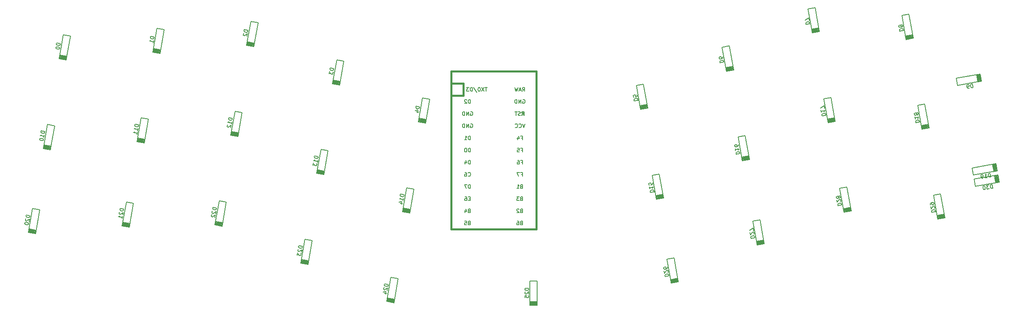
<source format=gbr>
G04 #@! TF.GenerationSoftware,KiCad,Pcbnew,(5.1.4)-1*
G04 #@! TF.CreationDate,2021-01-04T11:43:55-07:00*
G04 #@! TF.ProjectId,CS30 Ergo,43533330-2045-4726-976f-2e6b69636164,rev?*
G04 #@! TF.SameCoordinates,Original*
G04 #@! TF.FileFunction,Legend,Bot*
G04 #@! TF.FilePolarity,Positive*
%FSLAX46Y46*%
G04 Gerber Fmt 4.6, Leading zero omitted, Abs format (unit mm)*
G04 Created by KiCad (PCBNEW (5.1.4)-1) date 2021-01-04 11:43:55*
%MOMM*%
%LPD*%
G04 APERTURE LIST*
%ADD10C,0.150000*%
%ADD11C,0.381000*%
G04 APERTURE END LIST*
D10*
X247730098Y-93619792D02*
X247465458Y-92118945D01*
X247855169Y-93597739D02*
X247590529Y-92096892D01*
X247715599Y-92074838D02*
X247980239Y-93575685D01*
X248355451Y-93509525D02*
X248090811Y-92008678D01*
X247965741Y-92030732D02*
X248230380Y-93531579D01*
X248105310Y-93553632D02*
X247840670Y-92052785D01*
X243213058Y-92868758D02*
X243477698Y-94369605D01*
X248215882Y-91986625D02*
X243213058Y-92868758D01*
X248480522Y-93487472D02*
X248215882Y-91986625D01*
X243477698Y-94369605D02*
X248480522Y-93487472D01*
X194643145Y-88295161D02*
X196143992Y-88030521D01*
X194665198Y-88420232D02*
X196166045Y-88155592D01*
X196188099Y-88280662D02*
X194687252Y-88545302D01*
X194753412Y-88920514D02*
X196254259Y-88655874D01*
X196232205Y-88530804D02*
X194731358Y-88795443D01*
X194709305Y-88670373D02*
X196210152Y-88405733D01*
X195394179Y-83778121D02*
X193893332Y-84042761D01*
X196276312Y-88780945D02*
X195394179Y-83778121D01*
X194775465Y-89045585D02*
X196276312Y-88780945D01*
X193893332Y-84042761D02*
X194775465Y-89045585D01*
X179810743Y-113881464D02*
X181311590Y-113616824D01*
X179832796Y-114006535D02*
X181333643Y-113741895D01*
X181355697Y-113866965D02*
X179854850Y-114131605D01*
X179921010Y-114506817D02*
X181421857Y-114242177D01*
X181399803Y-114117107D02*
X179898956Y-114381746D01*
X179876903Y-114256676D02*
X181377750Y-113992036D01*
X180561777Y-109364424D02*
X179060930Y-109629064D01*
X181443910Y-114367248D02*
X180561777Y-109364424D01*
X179943063Y-114631888D02*
X181443910Y-114367248D01*
X179060930Y-109629064D02*
X179943063Y-114631888D01*
X232164478Y-81679138D02*
X233665325Y-81414498D01*
X232186531Y-81804209D02*
X233687378Y-81539569D01*
X233709432Y-81664639D02*
X232208585Y-81929279D01*
X232274745Y-82304491D02*
X233775592Y-82039851D01*
X233753538Y-81914781D02*
X232252691Y-82179420D01*
X232230638Y-82054350D02*
X233731485Y-81789710D01*
X232915512Y-77162098D02*
X231414665Y-77426738D01*
X233797645Y-82164922D02*
X232915512Y-77162098D01*
X232296798Y-82429562D02*
X233797645Y-82164922D01*
X231414665Y-77426738D02*
X232296798Y-82429562D01*
X215884821Y-99057649D02*
X217385668Y-98793009D01*
X215906874Y-99182720D02*
X217407721Y-98918080D01*
X217429775Y-99043150D02*
X215928928Y-99307790D01*
X215995088Y-99683002D02*
X217495935Y-99418362D01*
X217473881Y-99293292D02*
X215973034Y-99557931D01*
X215950981Y-99432861D02*
X217451828Y-99168221D01*
X216635855Y-94540609D02*
X215135008Y-94805249D01*
X217517988Y-99543433D02*
X216635855Y-94540609D01*
X216017141Y-99808073D02*
X217517988Y-99543433D01*
X215135008Y-94805249D02*
X216017141Y-99808073D01*
X247316596Y-91274708D02*
X247051956Y-89773861D01*
X247441667Y-91252655D02*
X247177027Y-89751808D01*
X247302097Y-89729754D02*
X247566737Y-91230601D01*
X247941949Y-91164441D02*
X247677309Y-89663594D01*
X247552239Y-89685648D02*
X247816878Y-91186495D01*
X247691808Y-91208548D02*
X247427168Y-89707701D01*
X242799556Y-90523674D02*
X243064196Y-92024521D01*
X247802380Y-89641541D02*
X242799556Y-90523674D01*
X248067020Y-91142388D02*
X247802380Y-89641541D01*
X243064196Y-92024521D02*
X248067020Y-91142388D01*
X212576809Y-80296983D02*
X214077656Y-80032343D01*
X212598862Y-80422054D02*
X214099709Y-80157414D01*
X214121763Y-80282484D02*
X212620916Y-80547124D01*
X212687076Y-80922336D02*
X214187923Y-80657696D01*
X214165869Y-80532626D02*
X212665022Y-80797265D01*
X212642969Y-80672195D02*
X214143816Y-80407555D01*
X213327843Y-75779943D02*
X211826996Y-76044583D01*
X214209976Y-80782767D02*
X213327843Y-75779943D01*
X212709129Y-81047407D02*
X214209976Y-80782767D01*
X211826996Y-76044583D02*
X212709129Y-81047407D01*
X235472490Y-100439804D02*
X236973337Y-100175164D01*
X235494543Y-100564875D02*
X236995390Y-100300235D01*
X237017444Y-100425305D02*
X235516597Y-100689945D01*
X235582757Y-101065157D02*
X237083604Y-100800517D01*
X237061550Y-100675447D02*
X235560703Y-100940086D01*
X235538650Y-100815016D02*
X237039497Y-100550376D01*
X236223524Y-95922764D02*
X234722677Y-96187404D01*
X237105657Y-100925588D02*
X236223524Y-95922764D01*
X235604810Y-101190228D02*
X237105657Y-100925588D01*
X234722677Y-96187404D02*
X235604810Y-101190228D01*
X197744406Y-105883286D02*
X199245253Y-105618646D01*
X197766459Y-106008357D02*
X199267306Y-105743717D01*
X199289360Y-105868787D02*
X197788513Y-106133427D01*
X197854673Y-106508639D02*
X199355520Y-106243999D01*
X199333466Y-106118929D02*
X197832619Y-106383568D01*
X197810566Y-106258498D02*
X199311413Y-105993858D01*
X198495440Y-101366246D02*
X196994593Y-101630886D01*
X199377573Y-106369070D02*
X198495440Y-101366246D01*
X197876726Y-106633710D02*
X199377573Y-106369070D01*
X196994593Y-101630886D02*
X197876726Y-106633710D01*
X191335134Y-69534495D02*
X192835981Y-69269855D01*
X191357187Y-69659566D02*
X192858034Y-69394926D01*
X192880088Y-69519996D02*
X191379241Y-69784636D01*
X191445401Y-70159848D02*
X192946248Y-69895208D01*
X192924194Y-69770138D02*
X191423347Y-70034777D01*
X191401294Y-69909707D02*
X192902141Y-69645067D01*
X192086168Y-65017455D02*
X190585321Y-65282095D01*
X192968301Y-70020279D02*
X192086168Y-65017455D01*
X191467454Y-70284919D02*
X192968301Y-70020279D01*
X190585321Y-65282095D02*
X191467454Y-70284919D01*
X173401470Y-77532673D02*
X174902317Y-77268033D01*
X173423523Y-77657744D02*
X174924370Y-77393104D01*
X174946424Y-77518174D02*
X173445577Y-77782814D01*
X173511737Y-78158026D02*
X175012584Y-77893386D01*
X174990530Y-77768316D02*
X173489683Y-78032955D01*
X173467630Y-77907885D02*
X174968477Y-77643245D01*
X174152504Y-73015633D02*
X172651657Y-73280273D01*
X175034637Y-78018457D02*
X174152504Y-73015633D01*
X173533790Y-78283097D02*
X175034637Y-78018457D01*
X172651657Y-73280273D02*
X173533790Y-78283097D01*
X176709482Y-96293339D02*
X178210329Y-96028699D01*
X176731535Y-96418410D02*
X178232382Y-96153770D01*
X178254436Y-96278840D02*
X176753589Y-96543480D01*
X176819749Y-96918692D02*
X178320596Y-96654052D01*
X178298542Y-96528982D02*
X176797695Y-96793621D01*
X176775642Y-96668551D02*
X178276489Y-96403911D01*
X177460516Y-91776299D02*
X175959669Y-92040939D01*
X178342649Y-96779123D02*
X177460516Y-91776299D01*
X176841802Y-97043763D02*
X178342649Y-96779123D01*
X175959669Y-92040939D02*
X176841802Y-97043763D01*
X228856467Y-62918471D02*
X230357314Y-62653831D01*
X228878520Y-63043542D02*
X230379367Y-62778902D01*
X230401421Y-62903972D02*
X228900574Y-63168612D01*
X228966734Y-63543824D02*
X230467581Y-63279184D01*
X230445527Y-63154114D02*
X228944680Y-63418753D01*
X228922627Y-63293683D02*
X230423474Y-63029043D01*
X229607501Y-58401431D02*
X228106654Y-58666071D01*
X230489634Y-63404255D02*
X229607501Y-58401431D01*
X228988787Y-63668895D02*
X230489634Y-63404255D01*
X228106654Y-58666071D02*
X228988787Y-63668895D01*
X244008585Y-72514042D02*
X243743945Y-71013195D01*
X244133656Y-72491989D02*
X243869016Y-70991142D01*
X243994086Y-70969088D02*
X244258726Y-72469935D01*
X244633938Y-72403775D02*
X244369298Y-70902928D01*
X244244228Y-70924982D02*
X244508867Y-72425829D01*
X244383797Y-72447882D02*
X244119157Y-70947035D01*
X239491545Y-71763008D02*
X239756185Y-73263855D01*
X244494369Y-70880875D02*
X239491545Y-71763008D01*
X244759009Y-72381722D02*
X244494369Y-70880875D01*
X239756185Y-73263855D02*
X244759009Y-72381722D01*
X209268797Y-61536316D02*
X210769644Y-61271676D01*
X209290850Y-61661387D02*
X210791697Y-61396747D01*
X210813751Y-61521817D02*
X209312904Y-61786457D01*
X209379064Y-62161669D02*
X210879911Y-61897029D01*
X210857857Y-61771959D02*
X209357010Y-62036598D01*
X209334957Y-61911528D02*
X210835804Y-61646888D01*
X210019831Y-57019276D02*
X208518984Y-57283916D01*
X210901964Y-62022100D02*
X210019831Y-57019276D01*
X209401117Y-62286740D02*
X210901964Y-62022100D01*
X208518984Y-57283916D02*
X209401117Y-62286740D01*
D11*
X136525600Y-72866620D02*
X133985600Y-72866620D01*
X151765600Y-70326620D02*
X133985600Y-70326620D01*
X133985600Y-70326620D02*
X133985600Y-103346620D01*
X133985600Y-103346620D02*
X151765600Y-103346620D01*
X151765600Y-103346620D02*
X151765600Y-70326620D01*
D10*
G36*
X148720235Y-78755650D02*
G01*
X148720235Y-78855650D01*
X149220235Y-78855650D01*
X149220235Y-78755650D01*
X148720235Y-78755650D01*
G37*
X148720235Y-78755650D02*
X148720235Y-78855650D01*
X149220235Y-78855650D01*
X149220235Y-78755650D01*
X148720235Y-78755650D01*
G36*
X148720235Y-78755650D02*
G01*
X148720235Y-79055650D01*
X148820235Y-79055650D01*
X148820235Y-78755650D01*
X148720235Y-78755650D01*
G37*
X148720235Y-78755650D02*
X148720235Y-79055650D01*
X148820235Y-79055650D01*
X148820235Y-78755650D01*
X148720235Y-78755650D01*
G36*
X148720235Y-79355650D02*
G01*
X148720235Y-79555650D01*
X148820235Y-79555650D01*
X148820235Y-79355650D01*
X148720235Y-79355650D01*
G37*
X148720235Y-79355650D02*
X148720235Y-79555650D01*
X148820235Y-79555650D01*
X148820235Y-79355650D01*
X148720235Y-79355650D01*
G36*
X149120235Y-78755650D02*
G01*
X149120235Y-79555650D01*
X149220235Y-79555650D01*
X149220235Y-78755650D01*
X149120235Y-78755650D01*
G37*
X149120235Y-78755650D02*
X149120235Y-79555650D01*
X149220235Y-79555650D01*
X149220235Y-78755650D01*
X149120235Y-78755650D01*
G36*
X148920235Y-79155650D02*
G01*
X148920235Y-79255650D01*
X149020235Y-79255650D01*
X149020235Y-79155650D01*
X148920235Y-79155650D01*
G37*
X148920235Y-79155650D02*
X148920235Y-79255650D01*
X149020235Y-79255650D01*
X149020235Y-79155650D01*
X148920235Y-79155650D01*
D11*
X136525600Y-72866620D02*
X136525600Y-75406620D01*
X136525600Y-75406620D02*
X133985600Y-75406620D01*
D10*
X150448010Y-114141740D02*
X150448010Y-119221740D01*
X150448010Y-119221740D02*
X151972010Y-119221740D01*
X151972010Y-119221740D02*
X151972010Y-114141740D01*
X151972010Y-114141740D02*
X150448010Y-114141740D01*
X150448010Y-118840740D02*
X151972010Y-118840740D01*
X151972010Y-118967740D02*
X150448010Y-118967740D01*
X150448010Y-119094740D02*
X151972010Y-119094740D01*
X151972010Y-118713740D02*
X150448010Y-118713740D01*
X150448010Y-118586740D02*
X151972010Y-118586740D01*
X150448010Y-118459740D02*
X151972010Y-118459740D01*
X121398257Y-113431476D02*
X120516124Y-118434300D01*
X120516124Y-118434300D02*
X122016971Y-118698940D01*
X122016971Y-118698940D02*
X122899104Y-113696116D01*
X122899104Y-113696116D02*
X121398257Y-113431476D01*
X120582284Y-118059088D02*
X122083131Y-118323728D01*
X122061078Y-118448798D02*
X120560231Y-118184159D01*
X120538177Y-118309229D02*
X122039024Y-118573869D01*
X122105184Y-118198657D02*
X120604337Y-117934017D01*
X120626391Y-117808947D02*
X122127238Y-118073587D01*
X120648444Y-117683876D02*
X122149291Y-117948516D01*
X103464592Y-105433298D02*
X102582459Y-110436122D01*
X102582459Y-110436122D02*
X104083306Y-110700762D01*
X104083306Y-110700762D02*
X104965439Y-105697938D01*
X104965439Y-105697938D02*
X103464592Y-105433298D01*
X102648619Y-110060910D02*
X104149466Y-110325550D01*
X104127413Y-110450620D02*
X102626566Y-110185981D01*
X102604512Y-110311051D02*
X104105359Y-110575691D01*
X104171519Y-110200479D02*
X102670672Y-109935839D01*
X102692726Y-109810769D02*
X104193573Y-110075409D01*
X102714779Y-109685698D02*
X104215626Y-109950338D01*
X85530928Y-97435120D02*
X84648795Y-102437944D01*
X84648795Y-102437944D02*
X86149642Y-102702584D01*
X86149642Y-102702584D02*
X87031775Y-97699760D01*
X87031775Y-97699760D02*
X85530928Y-97435120D01*
X84714955Y-102062732D02*
X86215802Y-102327372D01*
X86193749Y-102452442D02*
X84692902Y-102187803D01*
X84670848Y-102312873D02*
X86171695Y-102577513D01*
X86237855Y-102202301D02*
X84737008Y-101937661D01*
X84759062Y-101812591D02*
X86259909Y-102077231D01*
X84781115Y-101687520D02*
X86281962Y-101952160D01*
X66150010Y-97644733D02*
X65267877Y-102647557D01*
X65267877Y-102647557D02*
X66768724Y-102912197D01*
X66768724Y-102912197D02*
X67650857Y-97909373D01*
X67650857Y-97909373D02*
X66150010Y-97644733D01*
X65334037Y-102272345D02*
X66834884Y-102536985D01*
X66812831Y-102662055D02*
X65311984Y-102397416D01*
X65289930Y-102522486D02*
X66790777Y-102787126D01*
X66856937Y-102411914D02*
X65356090Y-102147274D01*
X65378144Y-102022204D02*
X66878991Y-102286844D01*
X65400197Y-101897133D02*
X66901044Y-102161773D01*
X46562340Y-99026888D02*
X45680207Y-104029712D01*
X45680207Y-104029712D02*
X47181054Y-104294352D01*
X47181054Y-104294352D02*
X48063187Y-99291528D01*
X48063187Y-99291528D02*
X46562340Y-99026888D01*
X45746367Y-103654500D02*
X47247214Y-103919140D01*
X47225161Y-104044210D02*
X45724314Y-103779571D01*
X45702260Y-103904641D02*
X47203107Y-104169281D01*
X47269267Y-103794069D02*
X45768420Y-103529429D01*
X45790474Y-103404359D02*
X47291321Y-103668999D01*
X45812527Y-103279288D02*
X47313374Y-103543928D01*
X124706267Y-94670810D02*
X123824134Y-99673634D01*
X123824134Y-99673634D02*
X125324981Y-99938274D01*
X125324981Y-99938274D02*
X126207114Y-94935450D01*
X126207114Y-94935450D02*
X124706267Y-94670810D01*
X123890294Y-99298422D02*
X125391141Y-99563062D01*
X125369088Y-99688132D02*
X123868241Y-99423493D01*
X123846187Y-99548563D02*
X125347034Y-99813203D01*
X125413194Y-99437991D02*
X123912347Y-99173351D01*
X123934401Y-99048281D02*
X125435248Y-99312921D01*
X123956454Y-98923210D02*
X125457301Y-99187850D01*
X106772604Y-86672631D02*
X105890471Y-91675455D01*
X105890471Y-91675455D02*
X107391318Y-91940095D01*
X107391318Y-91940095D02*
X108273451Y-86937271D01*
X108273451Y-86937271D02*
X106772604Y-86672631D01*
X105956631Y-91300243D02*
X107457478Y-91564883D01*
X107435425Y-91689953D02*
X105934578Y-91425314D01*
X105912524Y-91550384D02*
X107413371Y-91815024D01*
X107479531Y-91439812D02*
X105978684Y-91175172D01*
X106000738Y-91050102D02*
X107501585Y-91314742D01*
X106022791Y-90925031D02*
X107523638Y-91189671D01*
X88838940Y-78674453D02*
X87956807Y-83677277D01*
X87956807Y-83677277D02*
X89457654Y-83941917D01*
X89457654Y-83941917D02*
X90339787Y-78939093D01*
X90339787Y-78939093D02*
X88838940Y-78674453D01*
X88022967Y-83302065D02*
X89523814Y-83566705D01*
X89501761Y-83691775D02*
X88000914Y-83427136D01*
X87978860Y-83552206D02*
X89479707Y-83816846D01*
X89545867Y-83441634D02*
X88045020Y-83176994D01*
X88067074Y-83051924D02*
X89567921Y-83316564D01*
X88089127Y-82926853D02*
X89589974Y-83191493D01*
X69251271Y-80056608D02*
X68369138Y-85059432D01*
X68369138Y-85059432D02*
X69869985Y-85324072D01*
X69869985Y-85324072D02*
X70752118Y-80321248D01*
X70752118Y-80321248D02*
X69251271Y-80056608D01*
X68435298Y-84684220D02*
X69936145Y-84948860D01*
X69914092Y-85073930D02*
X68413245Y-84809291D01*
X68391191Y-84934361D02*
X69892038Y-85199001D01*
X69958198Y-84823789D02*
X68457351Y-84559149D01*
X68479405Y-84434079D02*
X69980252Y-84698719D01*
X68501458Y-84309008D02*
X70002305Y-84573648D01*
X49663601Y-81438764D02*
X48781468Y-86441588D01*
X48781468Y-86441588D02*
X50282315Y-86706228D01*
X50282315Y-86706228D02*
X51164448Y-81703404D01*
X51164448Y-81703404D02*
X49663601Y-81438764D01*
X48847628Y-86066376D02*
X50348475Y-86331016D01*
X50326422Y-86456086D02*
X48825575Y-86191447D01*
X48803521Y-86316517D02*
X50304368Y-86581157D01*
X50370528Y-86205945D02*
X48869681Y-85941305D01*
X48891735Y-85816235D02*
X50392582Y-86080875D01*
X48913788Y-85691164D02*
X50414635Y-85955804D01*
X128014279Y-75910143D02*
X127132146Y-80912967D01*
X127132146Y-80912967D02*
X128632993Y-81177607D01*
X128632993Y-81177607D02*
X129515126Y-76174783D01*
X129515126Y-76174783D02*
X128014279Y-75910143D01*
X127198306Y-80537755D02*
X128699153Y-80802395D01*
X128677100Y-80927465D02*
X127176253Y-80662826D01*
X127154199Y-80787896D02*
X128655046Y-81052536D01*
X128721206Y-80677324D02*
X127220359Y-80412684D01*
X127242413Y-80287614D02*
X128743260Y-80552254D01*
X127264466Y-80162543D02*
X128765313Y-80427183D01*
X110080614Y-67911965D02*
X109198481Y-72914789D01*
X109198481Y-72914789D02*
X110699328Y-73179429D01*
X110699328Y-73179429D02*
X111581461Y-68176605D01*
X111581461Y-68176605D02*
X110080614Y-67911965D01*
X109264641Y-72539577D02*
X110765488Y-72804217D01*
X110743435Y-72929287D02*
X109242588Y-72664648D01*
X109220534Y-72789718D02*
X110721381Y-73054358D01*
X110787541Y-72679146D02*
X109286694Y-72414506D01*
X109308748Y-72289436D02*
X110809595Y-72554076D01*
X109330801Y-72164365D02*
X110831648Y-72429005D01*
X92146952Y-59913787D02*
X91264819Y-64916611D01*
X91264819Y-64916611D02*
X92765666Y-65181251D01*
X92765666Y-65181251D02*
X93647799Y-60178427D01*
X93647799Y-60178427D02*
X92146952Y-59913787D01*
X91330979Y-64541399D02*
X92831826Y-64806039D01*
X92809773Y-64931109D02*
X91308926Y-64666470D01*
X91286872Y-64791540D02*
X92787719Y-65056180D01*
X92853879Y-64680968D02*
X91353032Y-64416328D01*
X91375086Y-64291258D02*
X92875933Y-64555898D01*
X91397139Y-64166187D02*
X92897986Y-64430827D01*
X72559282Y-61295943D02*
X71677149Y-66298767D01*
X71677149Y-66298767D02*
X73177996Y-66563407D01*
X73177996Y-66563407D02*
X74060129Y-61560583D01*
X74060129Y-61560583D02*
X72559282Y-61295943D01*
X71743309Y-65923555D02*
X73244156Y-66188195D01*
X73222103Y-66313265D02*
X71721256Y-66048626D01*
X71699202Y-66173696D02*
X73200049Y-66438336D01*
X73266209Y-66063124D02*
X71765362Y-65798484D01*
X71787416Y-65673414D02*
X73288263Y-65938054D01*
X71809469Y-65548343D02*
X73310316Y-65812983D01*
X52971613Y-62678097D02*
X52089480Y-67680921D01*
X52089480Y-67680921D02*
X53590327Y-67945561D01*
X53590327Y-67945561D02*
X54472460Y-62942737D01*
X54472460Y-62942737D02*
X52971613Y-62678097D01*
X52155640Y-67305709D02*
X53656487Y-67570349D01*
X53634434Y-67695419D02*
X52133587Y-67430780D01*
X52111533Y-67555850D02*
X53612380Y-67820490D01*
X53678540Y-67445278D02*
X52177693Y-67180638D01*
X52199747Y-67055568D02*
X53700594Y-67320208D01*
X52221800Y-66930497D02*
X53722647Y-67195137D01*
X247084397Y-94748976D02*
X246945478Y-93961130D01*
X246757896Y-93994206D01*
X246651962Y-94051568D01*
X246590159Y-94139831D01*
X246565873Y-94221479D01*
X246554817Y-94378161D01*
X246574663Y-94490710D01*
X246638640Y-94634161D01*
X246689387Y-94702579D01*
X246777650Y-94764381D01*
X246896815Y-94782052D01*
X247084397Y-94748976D01*
X246232665Y-94086818D02*
X245744951Y-94172816D01*
X246060488Y-94426641D01*
X245947938Y-94446487D01*
X245879520Y-94497234D01*
X245848619Y-94541365D01*
X245824333Y-94623013D01*
X245857409Y-94810596D01*
X245908156Y-94879014D01*
X245952287Y-94909915D01*
X246033935Y-94934201D01*
X246259034Y-94894510D01*
X246327452Y-94843763D01*
X246358353Y-94799632D01*
X245257237Y-94258813D02*
X245182204Y-94272043D01*
X245113786Y-94322790D01*
X245082884Y-94366922D01*
X245058598Y-94448570D01*
X245047543Y-94605251D01*
X245080618Y-94792833D01*
X245144596Y-94936284D01*
X245195342Y-95004702D01*
X245239474Y-95035603D01*
X245321122Y-95059889D01*
X245396155Y-95046659D01*
X245464573Y-94995912D01*
X245495474Y-94951780D01*
X245519760Y-94870132D01*
X245530816Y-94713451D01*
X245497740Y-94525869D01*
X245433763Y-94382418D01*
X245383016Y-94314000D01*
X245338885Y-94283099D01*
X245257237Y-94258813D01*
X193513960Y-87649460D02*
X194301806Y-87510541D01*
X194268730Y-87322959D01*
X194211368Y-87217025D01*
X194123105Y-87155222D01*
X194041457Y-87130936D01*
X193884775Y-87119880D01*
X193772226Y-87139726D01*
X193628775Y-87203703D01*
X193560357Y-87254450D01*
X193498555Y-87342713D01*
X193480884Y-87461878D01*
X193513960Y-87649460D01*
X193302274Y-86448932D02*
X193381656Y-86899130D01*
X193341965Y-86674031D02*
X194129812Y-86535113D01*
X194030492Y-86629991D01*
X193968690Y-86718255D01*
X193944404Y-86799903D01*
X193971047Y-85634717D02*
X193997508Y-85784783D01*
X193973222Y-85866431D01*
X193942321Y-85910563D01*
X193843002Y-86005441D01*
X193699551Y-86069419D01*
X193399419Y-86122340D01*
X193317771Y-86098054D01*
X193273639Y-86067152D01*
X193222892Y-85998735D01*
X193196432Y-85848669D01*
X193220718Y-85767021D01*
X193251619Y-85722889D01*
X193320037Y-85672142D01*
X193507619Y-85639066D01*
X193589267Y-85663352D01*
X193633399Y-85694254D01*
X193684146Y-85762671D01*
X193710607Y-85912737D01*
X193686320Y-85994386D01*
X193655419Y-86038517D01*
X193587001Y-86089264D01*
X178681558Y-113235763D02*
X179469404Y-113096844D01*
X179436328Y-112909262D01*
X179378966Y-112803328D01*
X179290703Y-112741525D01*
X179209055Y-112717239D01*
X179052373Y-112706183D01*
X178939824Y-112726029D01*
X178796373Y-112790006D01*
X178727955Y-112840753D01*
X178666153Y-112929016D01*
X178648482Y-113048181D01*
X178681558Y-113235763D01*
X179262068Y-112359745D02*
X179292969Y-112315613D01*
X179317255Y-112233965D01*
X179284179Y-112046383D01*
X179233432Y-111977965D01*
X179189301Y-111947064D01*
X179107653Y-111922778D01*
X179032620Y-111936008D01*
X178926685Y-111993370D01*
X178555869Y-112522950D01*
X178469872Y-112035235D01*
X179138645Y-111221020D02*
X179165106Y-111371086D01*
X179140820Y-111452734D01*
X179109919Y-111496866D01*
X179010600Y-111591744D01*
X178867149Y-111655722D01*
X178567017Y-111708643D01*
X178485369Y-111684357D01*
X178441237Y-111653455D01*
X178390490Y-111585038D01*
X178364030Y-111434972D01*
X178388316Y-111353324D01*
X178419217Y-111309192D01*
X178487635Y-111258445D01*
X178675217Y-111225369D01*
X178756865Y-111249655D01*
X178800997Y-111280557D01*
X178851744Y-111348974D01*
X178878205Y-111499040D01*
X178853918Y-111580689D01*
X178823017Y-111624820D01*
X178754599Y-111675567D01*
X231035293Y-81033437D02*
X231823139Y-80894518D01*
X231790063Y-80706936D01*
X231732701Y-80601002D01*
X231644438Y-80539199D01*
X231562790Y-80514913D01*
X231406108Y-80503857D01*
X231293559Y-80523703D01*
X231150108Y-80587680D01*
X231081690Y-80638427D01*
X231019888Y-80726690D01*
X231002217Y-80845855D01*
X231035293Y-81033437D01*
X230823607Y-79832909D02*
X230902989Y-80283107D01*
X230863298Y-80058008D02*
X231651145Y-79919090D01*
X231551825Y-80013968D01*
X231490023Y-80102232D01*
X231465737Y-80183880D01*
X231194423Y-79303330D02*
X231245170Y-79371747D01*
X231289302Y-79402649D01*
X231370950Y-79426935D01*
X231408466Y-79420320D01*
X231476884Y-79369573D01*
X231507785Y-79325441D01*
X231532071Y-79243793D01*
X231505611Y-79093727D01*
X231454864Y-79025309D01*
X231410732Y-78994408D01*
X231329084Y-78970122D01*
X231291568Y-78976737D01*
X231223150Y-79027484D01*
X231192249Y-79071616D01*
X231167962Y-79153264D01*
X231194423Y-79303330D01*
X231170137Y-79384978D01*
X231139236Y-79429109D01*
X231070818Y-79479856D01*
X230920752Y-79506317D01*
X230839104Y-79482031D01*
X230794972Y-79451129D01*
X230744225Y-79382712D01*
X230717765Y-79232646D01*
X230742051Y-79150998D01*
X230772952Y-79106866D01*
X230841370Y-79056119D01*
X230991436Y-79029658D01*
X231073084Y-79053945D01*
X231117216Y-79084846D01*
X231167962Y-79153264D01*
X214755636Y-98411948D02*
X215543482Y-98273029D01*
X215510406Y-98085447D01*
X215453044Y-97979513D01*
X215364781Y-97917710D01*
X215283133Y-97893424D01*
X215126451Y-97882368D01*
X215013902Y-97902214D01*
X214870451Y-97966191D01*
X214802033Y-98016938D01*
X214740231Y-98105201D01*
X214722560Y-98224366D01*
X214755636Y-98411948D01*
X215336146Y-97535930D02*
X215367047Y-97491798D01*
X215391333Y-97410150D01*
X215358257Y-97222568D01*
X215307510Y-97154150D01*
X215263379Y-97123249D01*
X215181731Y-97098963D01*
X215106698Y-97112193D01*
X215000763Y-97169555D01*
X214629947Y-97699135D01*
X214543950Y-97211420D01*
X214914766Y-96681841D02*
X214965513Y-96750258D01*
X215009645Y-96781160D01*
X215091293Y-96805446D01*
X215128809Y-96798831D01*
X215197227Y-96748084D01*
X215228128Y-96703952D01*
X215252414Y-96622304D01*
X215225954Y-96472238D01*
X215175207Y-96403820D01*
X215131075Y-96372919D01*
X215049427Y-96348633D01*
X215011911Y-96355248D01*
X214943493Y-96405995D01*
X214912592Y-96450127D01*
X214888305Y-96531775D01*
X214914766Y-96681841D01*
X214890480Y-96763489D01*
X214859579Y-96807620D01*
X214791161Y-96858367D01*
X214641095Y-96884828D01*
X214559447Y-96860542D01*
X214515315Y-96829640D01*
X214464568Y-96761223D01*
X214438108Y-96611157D01*
X214462394Y-96529509D01*
X214493295Y-96485377D01*
X214561713Y-96434630D01*
X214711779Y-96408169D01*
X214793427Y-96432456D01*
X214837559Y-96463357D01*
X214888305Y-96531775D01*
X246670895Y-92403892D02*
X246531976Y-91616046D01*
X246344394Y-91649122D01*
X246238460Y-91706484D01*
X246176657Y-91794747D01*
X246152371Y-91876395D01*
X246141315Y-92033077D01*
X246161161Y-92145626D01*
X246225138Y-92289077D01*
X246275885Y-92357495D01*
X246364148Y-92419297D01*
X246483313Y-92436968D01*
X246670895Y-92403892D01*
X245470367Y-92615578D02*
X245920565Y-92536196D01*
X245695466Y-92575887D02*
X245556548Y-91788040D01*
X245651426Y-91887360D01*
X245739690Y-91949162D01*
X245821338Y-91973448D01*
X245095203Y-92681729D02*
X244945137Y-92708190D01*
X244863489Y-92683904D01*
X244819357Y-92653003D01*
X244724478Y-92553683D01*
X244660501Y-92410233D01*
X244607580Y-92110101D01*
X244631866Y-92028453D01*
X244662767Y-91984321D01*
X244731185Y-91933574D01*
X244881251Y-91907114D01*
X244962899Y-91931400D01*
X245007031Y-91962301D01*
X245057778Y-92030719D01*
X245090854Y-92218301D01*
X245066567Y-92299949D01*
X245035666Y-92344081D01*
X244967248Y-92394828D01*
X244817182Y-92421289D01*
X244735534Y-92397002D01*
X244691403Y-92366101D01*
X244640656Y-92297683D01*
X211447624Y-79651282D02*
X212235470Y-79512363D01*
X212202394Y-79324781D01*
X212145032Y-79218847D01*
X212056769Y-79157044D01*
X211975121Y-79132758D01*
X211818439Y-79121702D01*
X211705890Y-79141548D01*
X211562439Y-79205525D01*
X211494021Y-79256272D01*
X211432219Y-79344535D01*
X211414548Y-79463700D01*
X211447624Y-79651282D01*
X211235938Y-78450754D02*
X211315320Y-78900952D01*
X211275629Y-78675853D02*
X212063476Y-78536935D01*
X211964156Y-78631813D01*
X211902354Y-78720077D01*
X211878068Y-78801725D01*
X211977478Y-78049221D02*
X211884866Y-77523990D01*
X211156556Y-78000557D01*
X234343305Y-99794103D02*
X235131151Y-99655184D01*
X235098075Y-99467602D01*
X235040713Y-99361668D01*
X234952450Y-99299865D01*
X234870802Y-99275579D01*
X234714120Y-99264523D01*
X234601571Y-99284369D01*
X234458120Y-99348346D01*
X234389702Y-99399093D01*
X234327900Y-99487356D01*
X234310229Y-99606521D01*
X234343305Y-99794103D01*
X234923815Y-98918085D02*
X234954716Y-98873953D01*
X234979002Y-98792305D01*
X234945926Y-98604723D01*
X234895179Y-98536305D01*
X234851048Y-98505404D01*
X234769400Y-98481118D01*
X234694367Y-98494348D01*
X234588432Y-98551710D01*
X234217616Y-99081290D01*
X234131619Y-98593575D01*
X234065468Y-98218411D02*
X234039007Y-98068345D01*
X234063293Y-97986697D01*
X234094194Y-97942565D01*
X234193514Y-97847686D01*
X234336964Y-97783709D01*
X234637096Y-97730788D01*
X234718744Y-97755074D01*
X234762876Y-97785975D01*
X234813623Y-97854393D01*
X234840083Y-98004459D01*
X234815797Y-98086107D01*
X234784896Y-98130239D01*
X234716478Y-98180986D01*
X234528896Y-98214062D01*
X234447248Y-98189775D01*
X234403116Y-98158874D01*
X234352369Y-98090456D01*
X234325908Y-97940390D01*
X234350195Y-97858742D01*
X234381096Y-97814611D01*
X234449514Y-97763864D01*
X196615221Y-105237585D02*
X197403067Y-105098666D01*
X197369991Y-104911084D01*
X197312629Y-104805150D01*
X197224366Y-104743347D01*
X197142718Y-104719061D01*
X196986036Y-104708005D01*
X196873487Y-104727851D01*
X196730036Y-104791828D01*
X196661618Y-104842575D01*
X196599816Y-104930838D01*
X196582145Y-105050003D01*
X196615221Y-105237585D01*
X197195731Y-104361567D02*
X197226632Y-104317435D01*
X197250918Y-104235787D01*
X197217842Y-104048205D01*
X197167095Y-103979787D01*
X197122964Y-103948886D01*
X197041316Y-103924600D01*
X196966283Y-103937830D01*
X196860348Y-103995192D01*
X196489532Y-104524772D01*
X196403535Y-104037057D01*
X197145075Y-103635524D02*
X197052463Y-103110293D01*
X196324153Y-103586860D01*
X190139797Y-68513629D02*
X190927643Y-68374711D01*
X190894567Y-68187128D01*
X190837205Y-68081194D01*
X190748942Y-68019391D01*
X190667294Y-67995105D01*
X190510613Y-67984049D01*
X190398063Y-68003895D01*
X190254613Y-68067872D01*
X190186195Y-68118619D01*
X190124392Y-68206882D01*
X190106721Y-68326047D01*
X190139797Y-68513629D01*
X190729188Y-67249216D02*
X190755649Y-67399282D01*
X190731363Y-67480930D01*
X190700461Y-67525062D01*
X190601142Y-67619940D01*
X190457691Y-67683917D01*
X190157560Y-67736839D01*
X190075911Y-67712553D01*
X190031780Y-67681651D01*
X189981033Y-67613233D01*
X189954572Y-67463168D01*
X189978858Y-67381519D01*
X190009760Y-67337388D01*
X190078178Y-67286641D01*
X190265760Y-67253565D01*
X190347408Y-67277851D01*
X190391540Y-67308753D01*
X190442287Y-67377170D01*
X190468747Y-67527236D01*
X190444461Y-67608884D01*
X190413560Y-67653016D01*
X190345142Y-67703763D01*
X172206133Y-76511807D02*
X172993979Y-76372889D01*
X172960903Y-76185306D01*
X172903541Y-76079372D01*
X172815278Y-76017569D01*
X172733630Y-75993283D01*
X172576949Y-75982227D01*
X172464399Y-76002073D01*
X172320949Y-76066050D01*
X172252531Y-76116797D01*
X172190728Y-76205060D01*
X172173057Y-76324225D01*
X172206133Y-76511807D01*
X172788909Y-75209878D02*
X172855061Y-75585042D01*
X172486511Y-75688711D01*
X172517412Y-75644579D01*
X172541698Y-75562931D01*
X172508623Y-75375348D01*
X172457876Y-75306931D01*
X172413744Y-75276029D01*
X172332096Y-75251743D01*
X172144514Y-75284819D01*
X172076096Y-75335566D01*
X172045194Y-75379697D01*
X172020908Y-75461346D01*
X172053984Y-75648928D01*
X172104731Y-75717346D01*
X172148863Y-75748247D01*
X175580297Y-95647638D02*
X176368143Y-95508719D01*
X176335067Y-95321137D01*
X176277705Y-95215203D01*
X176189442Y-95153400D01*
X176107794Y-95129114D01*
X175951112Y-95118058D01*
X175838563Y-95137904D01*
X175695112Y-95201881D01*
X175626694Y-95252628D01*
X175564892Y-95340891D01*
X175547221Y-95460056D01*
X175580297Y-95647638D01*
X175368611Y-94447110D02*
X175447993Y-94897308D01*
X175408302Y-94672209D02*
X176196149Y-94533291D01*
X176096829Y-94628169D01*
X176035027Y-94716433D01*
X176010741Y-94798081D01*
X176030769Y-93595379D02*
X176096921Y-93970544D01*
X175728371Y-94074212D01*
X175759273Y-94030080D01*
X175783559Y-93948432D01*
X175750483Y-93760849D01*
X175699736Y-93692432D01*
X175655604Y-93661530D01*
X175573956Y-93637244D01*
X175386374Y-93670320D01*
X175317956Y-93721067D01*
X175287055Y-93765199D01*
X175262769Y-93846847D01*
X175295844Y-94034429D01*
X175346591Y-94102847D01*
X175390723Y-94133748D01*
X227661130Y-61897605D02*
X228448976Y-61758687D01*
X228415900Y-61571104D01*
X228358538Y-61465170D01*
X228270275Y-61403367D01*
X228188627Y-61379081D01*
X228031946Y-61368025D01*
X227919396Y-61387871D01*
X227775946Y-61451848D01*
X227707528Y-61502595D01*
X227645725Y-61590858D01*
X227628054Y-61710023D01*
X227661130Y-61897605D01*
X227952564Y-60917827D02*
X228003311Y-60986245D01*
X228047442Y-61017147D01*
X228129090Y-61041433D01*
X228166607Y-61034818D01*
X228235025Y-60984071D01*
X228265926Y-60939939D01*
X228290212Y-60858291D01*
X228263751Y-60708225D01*
X228213005Y-60639807D01*
X228168873Y-60608906D01*
X228087225Y-60584620D01*
X228049708Y-60591235D01*
X227981291Y-60641982D01*
X227950389Y-60686113D01*
X227926103Y-60767762D01*
X227952564Y-60917827D01*
X227928278Y-60999476D01*
X227897376Y-61043607D01*
X227828959Y-61094354D01*
X227678893Y-61120815D01*
X227597244Y-61096529D01*
X227553113Y-61065627D01*
X227502366Y-60997209D01*
X227475905Y-60847144D01*
X227500191Y-60765495D01*
X227531093Y-60721364D01*
X227599511Y-60670617D01*
X227749576Y-60644156D01*
X227831225Y-60668442D01*
X227875356Y-60699344D01*
X227926103Y-60767762D01*
X242987719Y-73709378D02*
X242848801Y-72921532D01*
X242661218Y-72954608D01*
X242555284Y-73011970D01*
X242493481Y-73100233D01*
X242469195Y-73181881D01*
X242458139Y-73338562D01*
X242477985Y-73451112D01*
X242541962Y-73594562D01*
X242592709Y-73662980D01*
X242680972Y-73724783D01*
X242800137Y-73742454D01*
X242987719Y-73709378D01*
X242162356Y-73854912D02*
X242012291Y-73881372D01*
X241930642Y-73857086D01*
X241886511Y-73826185D01*
X241791632Y-73726866D01*
X241727655Y-73583415D01*
X241674734Y-73283283D01*
X241699020Y-73201635D01*
X241729921Y-73157503D01*
X241798339Y-73106757D01*
X241948405Y-73080296D01*
X242030053Y-73104582D01*
X242074185Y-73135483D01*
X242124932Y-73203901D01*
X242158007Y-73391484D01*
X242133721Y-73473132D01*
X242102820Y-73517263D01*
X242034402Y-73568010D01*
X241884336Y-73594471D01*
X241802688Y-73570185D01*
X241758556Y-73539283D01*
X241707810Y-73470866D01*
X208073460Y-60515450D02*
X208861306Y-60376532D01*
X208828230Y-60188949D01*
X208770868Y-60083015D01*
X208682605Y-60021212D01*
X208600957Y-59996926D01*
X208444276Y-59985870D01*
X208331726Y-60005716D01*
X208188276Y-60069693D01*
X208119858Y-60120440D01*
X208058055Y-60208703D01*
X208040384Y-60327868D01*
X208073460Y-60515450D01*
X208735618Y-59663718D02*
X208643006Y-59138488D01*
X207914696Y-59615054D01*
X148448933Y-79520429D02*
X148334647Y-79558524D01*
X148144171Y-79558524D01*
X148067980Y-79520429D01*
X148029885Y-79482334D01*
X147991790Y-79406143D01*
X147991790Y-79329953D01*
X148029885Y-79253762D01*
X148067980Y-79215667D01*
X148144171Y-79177572D01*
X148296552Y-79139477D01*
X148372742Y-79101381D01*
X148410838Y-79063286D01*
X148448933Y-78987096D01*
X148448933Y-78910905D01*
X148410838Y-78834715D01*
X148372742Y-78796620D01*
X148296552Y-78758524D01*
X148106076Y-78758524D01*
X147991790Y-78796620D01*
X147763219Y-78758524D02*
X147306076Y-78758524D01*
X147534647Y-79558524D02*
X147534647Y-78758524D01*
X141494204Y-73698524D02*
X141037061Y-73698524D01*
X141265632Y-74498524D02*
X141265632Y-73698524D01*
X140846585Y-73698524D02*
X140313251Y-74498524D01*
X140313251Y-73698524D02*
X140846585Y-74498524D01*
X139856108Y-73698524D02*
X139779918Y-73698524D01*
X139703728Y-73736620D01*
X139665632Y-73774715D01*
X139627537Y-73850905D01*
X139589442Y-74003286D01*
X139589442Y-74193762D01*
X139627537Y-74346143D01*
X139665632Y-74422334D01*
X139703728Y-74460429D01*
X139779918Y-74498524D01*
X139856108Y-74498524D01*
X139932299Y-74460429D01*
X139970394Y-74422334D01*
X140008489Y-74346143D01*
X140046585Y-74193762D01*
X140046585Y-74003286D01*
X140008489Y-73850905D01*
X139970394Y-73774715D01*
X139932299Y-73736620D01*
X139856108Y-73698524D01*
X138675156Y-73660429D02*
X139360870Y-74689000D01*
X138408489Y-74498524D02*
X138408489Y-73698524D01*
X138218013Y-73698524D01*
X138103728Y-73736620D01*
X138027537Y-73812810D01*
X137989442Y-73889000D01*
X137951347Y-74041381D01*
X137951347Y-74155667D01*
X137989442Y-74308048D01*
X138027537Y-74384239D01*
X138103728Y-74460429D01*
X138218013Y-74498524D01*
X138408489Y-74498524D01*
X137684680Y-73698524D02*
X137189442Y-73698524D01*
X137456108Y-74003286D01*
X137341823Y-74003286D01*
X137265632Y-74041381D01*
X137227537Y-74079477D01*
X137189442Y-74155667D01*
X137189442Y-74346143D01*
X137227537Y-74422334D01*
X137265632Y-74460429D01*
X137341823Y-74498524D01*
X137570394Y-74498524D01*
X137646585Y-74460429D01*
X137684680Y-74422334D01*
X148660409Y-99479477D02*
X148546123Y-99517572D01*
X148508028Y-99555667D01*
X148469933Y-99631858D01*
X148469933Y-99746143D01*
X148508028Y-99822334D01*
X148546123Y-99860429D01*
X148622314Y-99898524D01*
X148927076Y-99898524D01*
X148927076Y-99098524D01*
X148660409Y-99098524D01*
X148584219Y-99136620D01*
X148546123Y-99174715D01*
X148508028Y-99250905D01*
X148508028Y-99327096D01*
X148546123Y-99403286D01*
X148584219Y-99441381D01*
X148660409Y-99479477D01*
X148927076Y-99479477D01*
X148165171Y-99174715D02*
X148127076Y-99136620D01*
X148050885Y-99098524D01*
X147860409Y-99098524D01*
X147784219Y-99136620D01*
X147746123Y-99174715D01*
X147708028Y-99250905D01*
X147708028Y-99327096D01*
X147746123Y-99441381D01*
X148203266Y-99898524D01*
X147708028Y-99898524D01*
X148603266Y-91859477D02*
X148869933Y-91859477D01*
X148869933Y-92278524D02*
X148869933Y-91478524D01*
X148488980Y-91478524D01*
X148260409Y-91478524D02*
X147727076Y-91478524D01*
X148069933Y-92278524D01*
X148603266Y-89319477D02*
X148869933Y-89319477D01*
X148869933Y-89738524D02*
X148869933Y-88938524D01*
X148488980Y-88938524D01*
X147841361Y-88938524D02*
X147993742Y-88938524D01*
X148069933Y-88976620D01*
X148108028Y-89014715D01*
X148184219Y-89129000D01*
X148222314Y-89281381D01*
X148222314Y-89586143D01*
X148184219Y-89662334D01*
X148146123Y-89700429D01*
X148069933Y-89738524D01*
X147917552Y-89738524D01*
X147841361Y-89700429D01*
X147803266Y-89662334D01*
X147765171Y-89586143D01*
X147765171Y-89395667D01*
X147803266Y-89319477D01*
X147841361Y-89281381D01*
X147917552Y-89243286D01*
X148069933Y-89243286D01*
X148146123Y-89281381D01*
X148184219Y-89319477D01*
X148222314Y-89395667D01*
X148603266Y-86779477D02*
X148869933Y-86779477D01*
X148869933Y-87198524D02*
X148869933Y-86398524D01*
X148488980Y-86398524D01*
X147803266Y-86398524D02*
X148184219Y-86398524D01*
X148222314Y-86779477D01*
X148184219Y-86741381D01*
X148108028Y-86703286D01*
X147917552Y-86703286D01*
X147841361Y-86741381D01*
X147803266Y-86779477D01*
X147765171Y-86855667D01*
X147765171Y-87046143D01*
X147803266Y-87122334D01*
X147841361Y-87160429D01*
X147917552Y-87198524D01*
X148108028Y-87198524D01*
X148184219Y-87160429D01*
X148222314Y-87122334D01*
X148888980Y-74498524D02*
X149155647Y-74117572D01*
X149346123Y-74498524D02*
X149346123Y-73698524D01*
X149041361Y-73698524D01*
X148965171Y-73736620D01*
X148927076Y-73774715D01*
X148888980Y-73850905D01*
X148888980Y-73965191D01*
X148927076Y-74041381D01*
X148965171Y-74079477D01*
X149041361Y-74117572D01*
X149346123Y-74117572D01*
X148584219Y-74269953D02*
X148203266Y-74269953D01*
X148660409Y-74498524D02*
X148393742Y-73698524D01*
X148127076Y-74498524D01*
X147936600Y-73698524D02*
X147746123Y-74498524D01*
X147593742Y-73927096D01*
X147441361Y-74498524D01*
X147250885Y-73698524D01*
X148946123Y-76276620D02*
X149022314Y-76238524D01*
X149136600Y-76238524D01*
X149250885Y-76276620D01*
X149327076Y-76352810D01*
X149365171Y-76429000D01*
X149403266Y-76581381D01*
X149403266Y-76695667D01*
X149365171Y-76848048D01*
X149327076Y-76924239D01*
X149250885Y-77000429D01*
X149136600Y-77038524D01*
X149060409Y-77038524D01*
X148946123Y-77000429D01*
X148908028Y-76962334D01*
X148908028Y-76695667D01*
X149060409Y-76695667D01*
X148565171Y-77038524D02*
X148565171Y-76238524D01*
X148108028Y-77038524D01*
X148108028Y-76238524D01*
X147727076Y-77038524D02*
X147727076Y-76238524D01*
X147536600Y-76238524D01*
X147422314Y-76276620D01*
X147346123Y-76352810D01*
X147308028Y-76429000D01*
X147269933Y-76581381D01*
X147269933Y-76695667D01*
X147308028Y-76848048D01*
X147346123Y-76924239D01*
X147422314Y-77000429D01*
X147536600Y-77038524D01*
X147727076Y-77038524D01*
X149403266Y-81318524D02*
X149136600Y-82118524D01*
X148869933Y-81318524D01*
X148146123Y-82042334D02*
X148184219Y-82080429D01*
X148298504Y-82118524D01*
X148374695Y-82118524D01*
X148488980Y-82080429D01*
X148565171Y-82004239D01*
X148603266Y-81928048D01*
X148641361Y-81775667D01*
X148641361Y-81661381D01*
X148603266Y-81509000D01*
X148565171Y-81432810D01*
X148488980Y-81356620D01*
X148374695Y-81318524D01*
X148298504Y-81318524D01*
X148184219Y-81356620D01*
X148146123Y-81394715D01*
X147346123Y-82042334D02*
X147384219Y-82080429D01*
X147498504Y-82118524D01*
X147574695Y-82118524D01*
X147688980Y-82080429D01*
X147765171Y-82004239D01*
X147803266Y-81928048D01*
X147841361Y-81775667D01*
X147841361Y-81661381D01*
X147803266Y-81509000D01*
X147765171Y-81432810D01*
X147688980Y-81356620D01*
X147574695Y-81318524D01*
X147498504Y-81318524D01*
X147384219Y-81356620D01*
X147346123Y-81394715D01*
X148603266Y-84239477D02*
X148869933Y-84239477D01*
X148869933Y-84658524D02*
X148869933Y-83858524D01*
X148488980Y-83858524D01*
X147841361Y-84125191D02*
X147841361Y-84658524D01*
X148031838Y-83820429D02*
X148222314Y-84391858D01*
X147727076Y-84391858D01*
X148660409Y-94399477D02*
X148546123Y-94437572D01*
X148508028Y-94475667D01*
X148469933Y-94551858D01*
X148469933Y-94666143D01*
X148508028Y-94742334D01*
X148546123Y-94780429D01*
X148622314Y-94818524D01*
X148927076Y-94818524D01*
X148927076Y-94018524D01*
X148660409Y-94018524D01*
X148584219Y-94056620D01*
X148546123Y-94094715D01*
X148508028Y-94170905D01*
X148508028Y-94247096D01*
X148546123Y-94323286D01*
X148584219Y-94361381D01*
X148660409Y-94399477D01*
X148927076Y-94399477D01*
X147708028Y-94818524D02*
X148165171Y-94818524D01*
X147936600Y-94818524D02*
X147936600Y-94018524D01*
X148012790Y-94132810D01*
X148088980Y-94209000D01*
X148165171Y-94247096D01*
X148660409Y-96939477D02*
X148546123Y-96977572D01*
X148508028Y-97015667D01*
X148469933Y-97091858D01*
X148469933Y-97206143D01*
X148508028Y-97282334D01*
X148546123Y-97320429D01*
X148622314Y-97358524D01*
X148927076Y-97358524D01*
X148927076Y-96558524D01*
X148660409Y-96558524D01*
X148584219Y-96596620D01*
X148546123Y-96634715D01*
X148508028Y-96710905D01*
X148508028Y-96787096D01*
X148546123Y-96863286D01*
X148584219Y-96901381D01*
X148660409Y-96939477D01*
X148927076Y-96939477D01*
X148203266Y-96558524D02*
X147708028Y-96558524D01*
X147974695Y-96863286D01*
X147860409Y-96863286D01*
X147784219Y-96901381D01*
X147746123Y-96939477D01*
X147708028Y-97015667D01*
X147708028Y-97206143D01*
X147746123Y-97282334D01*
X147784219Y-97320429D01*
X147860409Y-97358524D01*
X148088980Y-97358524D01*
X148165171Y-97320429D01*
X148203266Y-97282334D01*
X148660409Y-102019477D02*
X148546123Y-102057572D01*
X148508028Y-102095667D01*
X148469933Y-102171858D01*
X148469933Y-102286143D01*
X148508028Y-102362334D01*
X148546123Y-102400429D01*
X148622314Y-102438524D01*
X148927076Y-102438524D01*
X148927076Y-101638524D01*
X148660409Y-101638524D01*
X148584219Y-101676620D01*
X148546123Y-101714715D01*
X148508028Y-101790905D01*
X148508028Y-101867096D01*
X148546123Y-101943286D01*
X148584219Y-101981381D01*
X148660409Y-102019477D01*
X148927076Y-102019477D01*
X147784219Y-101638524D02*
X147936600Y-101638524D01*
X148012790Y-101676620D01*
X148050885Y-101714715D01*
X148127076Y-101829000D01*
X148165171Y-101981381D01*
X148165171Y-102286143D01*
X148127076Y-102362334D01*
X148088980Y-102400429D01*
X148012790Y-102438524D01*
X147860409Y-102438524D01*
X147784219Y-102400429D01*
X147746123Y-102362334D01*
X147708028Y-102286143D01*
X147708028Y-102095667D01*
X147746123Y-102019477D01*
X147784219Y-101981381D01*
X147860409Y-101943286D01*
X148012790Y-101943286D01*
X148088980Y-101981381D01*
X148127076Y-102019477D01*
X148165171Y-102095667D01*
X137738409Y-102019477D02*
X137624123Y-102057572D01*
X137586028Y-102095667D01*
X137547933Y-102171858D01*
X137547933Y-102286143D01*
X137586028Y-102362334D01*
X137624123Y-102400429D01*
X137700314Y-102438524D01*
X138005076Y-102438524D01*
X138005076Y-101638524D01*
X137738409Y-101638524D01*
X137662219Y-101676620D01*
X137624123Y-101714715D01*
X137586028Y-101790905D01*
X137586028Y-101867096D01*
X137624123Y-101943286D01*
X137662219Y-101981381D01*
X137738409Y-102019477D01*
X138005076Y-102019477D01*
X136824123Y-101638524D02*
X137205076Y-101638524D01*
X137243171Y-102019477D01*
X137205076Y-101981381D01*
X137128885Y-101943286D01*
X136938409Y-101943286D01*
X136862219Y-101981381D01*
X136824123Y-102019477D01*
X136786028Y-102095667D01*
X136786028Y-102286143D01*
X136824123Y-102362334D01*
X136862219Y-102400429D01*
X136938409Y-102438524D01*
X137128885Y-102438524D01*
X137205076Y-102400429D01*
X137243171Y-102362334D01*
X137738409Y-99479477D02*
X137624123Y-99517572D01*
X137586028Y-99555667D01*
X137547933Y-99631858D01*
X137547933Y-99746143D01*
X137586028Y-99822334D01*
X137624123Y-99860429D01*
X137700314Y-99898524D01*
X138005076Y-99898524D01*
X138005076Y-99098524D01*
X137738409Y-99098524D01*
X137662219Y-99136620D01*
X137624123Y-99174715D01*
X137586028Y-99250905D01*
X137586028Y-99327096D01*
X137624123Y-99403286D01*
X137662219Y-99441381D01*
X137738409Y-99479477D01*
X138005076Y-99479477D01*
X136862219Y-99365191D02*
X136862219Y-99898524D01*
X137052695Y-99060429D02*
X137243171Y-99631858D01*
X136747933Y-99631858D01*
X137966980Y-96939477D02*
X137700314Y-96939477D01*
X137586028Y-97358524D02*
X137966980Y-97358524D01*
X137966980Y-96558524D01*
X137586028Y-96558524D01*
X136900314Y-96558524D02*
X137052695Y-96558524D01*
X137128885Y-96596620D01*
X137166980Y-96634715D01*
X137243171Y-96749000D01*
X137281266Y-96901381D01*
X137281266Y-97206143D01*
X137243171Y-97282334D01*
X137205076Y-97320429D01*
X137128885Y-97358524D01*
X136976504Y-97358524D01*
X136900314Y-97320429D01*
X136862219Y-97282334D01*
X136824123Y-97206143D01*
X136824123Y-97015667D01*
X136862219Y-96939477D01*
X136900314Y-96901381D01*
X136976504Y-96863286D01*
X137128885Y-96863286D01*
X137205076Y-96901381D01*
X137243171Y-96939477D01*
X137281266Y-97015667D01*
X138005076Y-94818524D02*
X138005076Y-94018524D01*
X137814600Y-94018524D01*
X137700314Y-94056620D01*
X137624123Y-94132810D01*
X137586028Y-94209000D01*
X137547933Y-94361381D01*
X137547933Y-94475667D01*
X137586028Y-94628048D01*
X137624123Y-94704239D01*
X137700314Y-94780429D01*
X137814600Y-94818524D01*
X138005076Y-94818524D01*
X137281266Y-94018524D02*
X136747933Y-94018524D01*
X137090790Y-94818524D01*
X137547933Y-92202334D02*
X137586028Y-92240429D01*
X137700314Y-92278524D01*
X137776504Y-92278524D01*
X137890790Y-92240429D01*
X137966980Y-92164239D01*
X138005076Y-92088048D01*
X138043171Y-91935667D01*
X138043171Y-91821381D01*
X138005076Y-91669000D01*
X137966980Y-91592810D01*
X137890790Y-91516620D01*
X137776504Y-91478524D01*
X137700314Y-91478524D01*
X137586028Y-91516620D01*
X137547933Y-91554715D01*
X136862219Y-91478524D02*
X137014600Y-91478524D01*
X137090790Y-91516620D01*
X137128885Y-91554715D01*
X137205076Y-91669000D01*
X137243171Y-91821381D01*
X137243171Y-92126143D01*
X137205076Y-92202334D01*
X137166980Y-92240429D01*
X137090790Y-92278524D01*
X136938409Y-92278524D01*
X136862219Y-92240429D01*
X136824123Y-92202334D01*
X136786028Y-92126143D01*
X136786028Y-91935667D01*
X136824123Y-91859477D01*
X136862219Y-91821381D01*
X136938409Y-91783286D01*
X137090790Y-91783286D01*
X137166980Y-91821381D01*
X137205076Y-91859477D01*
X137243171Y-91935667D01*
X138005076Y-89738524D02*
X138005076Y-88938524D01*
X137814600Y-88938524D01*
X137700314Y-88976620D01*
X137624123Y-89052810D01*
X137586028Y-89129000D01*
X137547933Y-89281381D01*
X137547933Y-89395667D01*
X137586028Y-89548048D01*
X137624123Y-89624239D01*
X137700314Y-89700429D01*
X137814600Y-89738524D01*
X138005076Y-89738524D01*
X136862219Y-89205191D02*
X136862219Y-89738524D01*
X137052695Y-88900429D02*
X137243171Y-89471858D01*
X136747933Y-89471858D01*
X138024123Y-78816620D02*
X138100314Y-78778524D01*
X138214600Y-78778524D01*
X138328885Y-78816620D01*
X138405076Y-78892810D01*
X138443171Y-78969000D01*
X138481266Y-79121381D01*
X138481266Y-79235667D01*
X138443171Y-79388048D01*
X138405076Y-79464239D01*
X138328885Y-79540429D01*
X138214600Y-79578524D01*
X138138409Y-79578524D01*
X138024123Y-79540429D01*
X137986028Y-79502334D01*
X137986028Y-79235667D01*
X138138409Y-79235667D01*
X137643171Y-79578524D02*
X137643171Y-78778524D01*
X137186028Y-79578524D01*
X137186028Y-78778524D01*
X136805076Y-79578524D02*
X136805076Y-78778524D01*
X136614600Y-78778524D01*
X136500314Y-78816620D01*
X136424123Y-78892810D01*
X136386028Y-78969000D01*
X136347933Y-79121381D01*
X136347933Y-79235667D01*
X136386028Y-79388048D01*
X136424123Y-79464239D01*
X136500314Y-79540429D01*
X136614600Y-79578524D01*
X136805076Y-79578524D01*
X138024123Y-81356620D02*
X138100314Y-81318524D01*
X138214600Y-81318524D01*
X138328885Y-81356620D01*
X138405076Y-81432810D01*
X138443171Y-81509000D01*
X138481266Y-81661381D01*
X138481266Y-81775667D01*
X138443171Y-81928048D01*
X138405076Y-82004239D01*
X138328885Y-82080429D01*
X138214600Y-82118524D01*
X138138409Y-82118524D01*
X138024123Y-82080429D01*
X137986028Y-82042334D01*
X137986028Y-81775667D01*
X138138409Y-81775667D01*
X137643171Y-82118524D02*
X137643171Y-81318524D01*
X137186028Y-82118524D01*
X137186028Y-81318524D01*
X136805076Y-82118524D02*
X136805076Y-81318524D01*
X136614600Y-81318524D01*
X136500314Y-81356620D01*
X136424123Y-81432810D01*
X136386028Y-81509000D01*
X136347933Y-81661381D01*
X136347933Y-81775667D01*
X136386028Y-81928048D01*
X136424123Y-82004239D01*
X136500314Y-82080429D01*
X136614600Y-82118524D01*
X136805076Y-82118524D01*
X138005076Y-84658524D02*
X138005076Y-83858524D01*
X137814600Y-83858524D01*
X137700314Y-83896620D01*
X137624123Y-83972810D01*
X137586028Y-84049000D01*
X137547933Y-84201381D01*
X137547933Y-84315667D01*
X137586028Y-84468048D01*
X137624123Y-84544239D01*
X137700314Y-84620429D01*
X137814600Y-84658524D01*
X138005076Y-84658524D01*
X136786028Y-84658524D02*
X137243171Y-84658524D01*
X137014600Y-84658524D02*
X137014600Y-83858524D01*
X137090790Y-83972810D01*
X137166980Y-84049000D01*
X137243171Y-84087096D01*
X138005076Y-87198524D02*
X138005076Y-86398524D01*
X137814600Y-86398524D01*
X137700314Y-86436620D01*
X137624123Y-86512810D01*
X137586028Y-86589000D01*
X137547933Y-86741381D01*
X137547933Y-86855667D01*
X137586028Y-87008048D01*
X137624123Y-87084239D01*
X137700314Y-87160429D01*
X137814600Y-87198524D01*
X138005076Y-87198524D01*
X137052695Y-86398524D02*
X136976504Y-86398524D01*
X136900314Y-86436620D01*
X136862219Y-86474715D01*
X136824123Y-86550905D01*
X136786028Y-86703286D01*
X136786028Y-86893762D01*
X136824123Y-87046143D01*
X136862219Y-87122334D01*
X136900314Y-87160429D01*
X136976504Y-87198524D01*
X137052695Y-87198524D01*
X137128885Y-87160429D01*
X137166980Y-87122334D01*
X137205076Y-87046143D01*
X137243171Y-86893762D01*
X137243171Y-86703286D01*
X137205076Y-86550905D01*
X137166980Y-86474715D01*
X137128885Y-86436620D01*
X137052695Y-86398524D01*
X138005076Y-77038524D02*
X138005076Y-76238524D01*
X137814600Y-76238524D01*
X137700314Y-76276620D01*
X137624123Y-76352810D01*
X137586028Y-76429000D01*
X137547933Y-76581381D01*
X137547933Y-76695667D01*
X137586028Y-76848048D01*
X137624123Y-76924239D01*
X137700314Y-77000429D01*
X137814600Y-77038524D01*
X138005076Y-77038524D01*
X137243171Y-76314715D02*
X137205076Y-76276620D01*
X137128885Y-76238524D01*
X136938409Y-76238524D01*
X136862219Y-76276620D01*
X136824123Y-76314715D01*
X136786028Y-76390905D01*
X136786028Y-76467096D01*
X136824123Y-76581381D01*
X137281266Y-77038524D01*
X136786028Y-77038524D01*
X150171914Y-115684911D02*
X149371914Y-115684911D01*
X149371914Y-115875387D01*
X149410010Y-115989673D01*
X149486200Y-116065863D01*
X149562390Y-116103959D01*
X149714771Y-116142054D01*
X149829057Y-116142054D01*
X149981438Y-116103959D01*
X150057629Y-116065863D01*
X150133819Y-115989673D01*
X150171914Y-115875387D01*
X150171914Y-115684911D01*
X149448105Y-116446816D02*
X149410010Y-116484911D01*
X149371914Y-116561101D01*
X149371914Y-116751578D01*
X149410010Y-116827768D01*
X149448105Y-116865863D01*
X149524295Y-116903959D01*
X149600486Y-116903959D01*
X149714771Y-116865863D01*
X150171914Y-116408720D01*
X150171914Y-116903959D01*
X149371914Y-117627768D02*
X149371914Y-117246816D01*
X149752867Y-117208720D01*
X149714771Y-117246816D01*
X149676676Y-117323006D01*
X149676676Y-117513482D01*
X149714771Y-117589673D01*
X149752867Y-117627768D01*
X149829057Y-117665863D01*
X150019533Y-117665863D01*
X150095724Y-117627768D01*
X150133819Y-117589673D01*
X150171914Y-117513482D01*
X150171914Y-117323006D01*
X150133819Y-117246816D01*
X150095724Y-117208720D01*
X120858387Y-114903259D02*
X120070541Y-114764341D01*
X120037465Y-114951923D01*
X120055136Y-115071088D01*
X120116938Y-115159351D01*
X120185356Y-115210098D01*
X120328807Y-115274075D01*
X120441357Y-115293921D01*
X120598038Y-115282865D01*
X120679686Y-115258579D01*
X120767949Y-115196776D01*
X120825311Y-115090842D01*
X120858387Y-114903259D01*
X120013270Y-115527901D02*
X119969139Y-115558802D01*
X119918392Y-115627220D01*
X119885316Y-115814802D01*
X119909602Y-115896450D01*
X119940503Y-115940582D01*
X120008921Y-115991329D01*
X120083954Y-116004559D01*
X120203119Y-115986888D01*
X120732699Y-115616072D01*
X120646702Y-116103787D01*
X120002398Y-116686471D02*
X120527628Y-116779084D01*
X119735342Y-116445967D02*
X120331165Y-116357612D01*
X120245168Y-116845327D01*
X102924722Y-106905081D02*
X102136876Y-106766163D01*
X102103800Y-106953745D01*
X102121471Y-107072910D01*
X102183273Y-107161173D01*
X102251691Y-107211920D01*
X102395142Y-107275897D01*
X102507692Y-107295743D01*
X102664373Y-107284687D01*
X102746021Y-107260401D01*
X102834284Y-107198598D01*
X102891646Y-107092664D01*
X102924722Y-106905081D01*
X102079605Y-107529723D02*
X102035474Y-107560624D01*
X101984727Y-107629042D01*
X101951651Y-107816624D01*
X101975937Y-107898272D01*
X102006838Y-107942404D01*
X102075256Y-107993151D01*
X102150289Y-108006381D01*
X102269454Y-107988710D01*
X102799034Y-107617894D01*
X102713037Y-108105609D01*
X101878884Y-108229306D02*
X101792887Y-108717020D01*
X102139325Y-108507326D01*
X102119480Y-108619875D01*
X102143766Y-108701523D01*
X102174667Y-108745655D01*
X102243085Y-108796402D01*
X102430667Y-108829478D01*
X102512315Y-108805192D01*
X102556447Y-108774290D01*
X102607194Y-108705873D01*
X102646885Y-108480774D01*
X102622599Y-108399125D01*
X102591697Y-108354994D01*
X84991058Y-98906903D02*
X84203212Y-98767985D01*
X84170136Y-98955567D01*
X84187807Y-99074732D01*
X84249609Y-99162995D01*
X84318027Y-99213742D01*
X84461478Y-99277719D01*
X84574028Y-99297565D01*
X84730709Y-99286509D01*
X84812357Y-99262223D01*
X84900620Y-99200420D01*
X84957982Y-99094486D01*
X84991058Y-98906903D01*
X84145941Y-99531545D02*
X84101810Y-99562446D01*
X84051063Y-99630864D01*
X84017987Y-99818446D01*
X84042273Y-99900094D01*
X84073174Y-99944226D01*
X84141592Y-99994973D01*
X84216625Y-100008203D01*
X84335790Y-99990532D01*
X84865370Y-99619716D01*
X84779373Y-100107431D01*
X84013638Y-100281874D02*
X83969506Y-100312776D01*
X83918759Y-100381194D01*
X83885684Y-100568776D01*
X83909970Y-100650424D01*
X83940871Y-100694556D01*
X84009289Y-100745303D01*
X84084322Y-100758533D01*
X84203486Y-100740862D01*
X84733066Y-100370046D01*
X84647069Y-100857760D01*
X65610140Y-99116516D02*
X64822294Y-98977598D01*
X64789218Y-99165180D01*
X64806889Y-99284345D01*
X64868691Y-99372608D01*
X64937109Y-99423355D01*
X65080560Y-99487332D01*
X65193110Y-99507178D01*
X65349791Y-99496122D01*
X65431439Y-99471836D01*
X65519702Y-99410033D01*
X65577064Y-99304099D01*
X65610140Y-99116516D01*
X64765023Y-99741158D02*
X64720892Y-99772059D01*
X64670145Y-99840477D01*
X64637069Y-100028059D01*
X64661355Y-100109707D01*
X64692256Y-100153839D01*
X64760674Y-100204586D01*
X64835707Y-100217816D01*
X64954872Y-100200145D01*
X65484452Y-99829329D01*
X65398455Y-100317044D01*
X65266151Y-101067373D02*
X65345533Y-100617176D01*
X65305842Y-100842275D02*
X64517996Y-100703356D01*
X64643776Y-100648169D01*
X64732039Y-100586366D01*
X64782786Y-100517948D01*
X46022470Y-100498671D02*
X45234624Y-100359753D01*
X45201548Y-100547335D01*
X45219219Y-100666500D01*
X45281021Y-100754763D01*
X45349439Y-100805510D01*
X45492890Y-100869487D01*
X45605440Y-100889333D01*
X45762121Y-100878277D01*
X45843769Y-100853991D01*
X45932032Y-100792188D01*
X45989394Y-100686254D01*
X46022470Y-100498671D01*
X45177353Y-101123313D02*
X45133222Y-101154214D01*
X45082475Y-101222632D01*
X45049399Y-101410214D01*
X45073685Y-101491862D01*
X45104586Y-101535994D01*
X45173004Y-101586741D01*
X45248037Y-101599971D01*
X45367202Y-101582300D01*
X45896782Y-101211484D01*
X45810785Y-101699199D01*
X44936941Y-102047995D02*
X44923711Y-102123028D01*
X44947997Y-102204676D01*
X44978898Y-102248807D01*
X45047316Y-102299554D01*
X45190767Y-102363531D01*
X45378349Y-102396607D01*
X45535030Y-102385551D01*
X45616679Y-102361265D01*
X45660810Y-102330364D01*
X45711557Y-102261946D01*
X45724787Y-102186913D01*
X45700501Y-102105265D01*
X45669600Y-102061133D01*
X45601182Y-102010386D01*
X45457731Y-101946409D01*
X45270149Y-101913333D01*
X45113468Y-101924389D01*
X45031820Y-101948675D01*
X44987688Y-101979577D01*
X44936941Y-102047995D01*
X124166397Y-96142593D02*
X123378551Y-96003675D01*
X123345475Y-96191257D01*
X123363146Y-96310422D01*
X123424948Y-96398685D01*
X123493366Y-96449432D01*
X123636817Y-96513409D01*
X123749367Y-96533255D01*
X123906048Y-96522199D01*
X123987696Y-96497913D01*
X124075959Y-96436110D01*
X124133321Y-96330176D01*
X124166397Y-96142593D01*
X123954712Y-97343121D02*
X124034094Y-96892923D01*
X123994403Y-97118022D02*
X123206556Y-96979103D01*
X123332336Y-96923916D01*
X123420599Y-96862113D01*
X123471346Y-96793695D01*
X123310408Y-97925805D02*
X123835638Y-98018418D01*
X123043352Y-97685301D02*
X123639175Y-97596946D01*
X123553178Y-98084661D01*
X106232734Y-88144414D02*
X105444888Y-88005496D01*
X105411812Y-88193078D01*
X105429483Y-88312243D01*
X105491285Y-88400506D01*
X105559703Y-88451253D01*
X105703154Y-88515230D01*
X105815704Y-88535076D01*
X105972385Y-88524020D01*
X106054033Y-88499734D01*
X106142296Y-88437931D01*
X106199658Y-88331997D01*
X106232734Y-88144414D01*
X106021049Y-89344942D02*
X106100431Y-88894744D01*
X106060740Y-89119843D02*
X105272893Y-88980924D01*
X105398673Y-88925737D01*
X105486936Y-88863934D01*
X105537683Y-88795516D01*
X105186896Y-89468639D02*
X105100899Y-89956353D01*
X105447337Y-89746659D01*
X105427492Y-89859208D01*
X105451778Y-89940856D01*
X105482679Y-89984988D01*
X105551097Y-90035735D01*
X105738679Y-90068811D01*
X105820327Y-90044525D01*
X105864459Y-90013623D01*
X105915206Y-89945206D01*
X105954897Y-89720107D01*
X105930611Y-89638458D01*
X105899709Y-89594327D01*
X88299070Y-80146236D02*
X87511224Y-80007318D01*
X87478148Y-80194900D01*
X87495819Y-80314065D01*
X87557621Y-80402328D01*
X87626039Y-80453075D01*
X87769490Y-80517052D01*
X87882040Y-80536898D01*
X88038721Y-80525842D01*
X88120369Y-80501556D01*
X88208632Y-80439753D01*
X88265994Y-80333819D01*
X88299070Y-80146236D01*
X88087385Y-81346764D02*
X88166767Y-80896566D01*
X88127076Y-81121665D02*
X87339229Y-80982746D01*
X87465009Y-80927559D01*
X87553272Y-80865756D01*
X87604019Y-80797338D01*
X87321650Y-81521207D02*
X87277518Y-81552109D01*
X87226771Y-81620527D01*
X87193696Y-81808109D01*
X87217982Y-81889757D01*
X87248883Y-81933889D01*
X87317301Y-81984636D01*
X87392334Y-81997866D01*
X87511498Y-81980195D01*
X88041078Y-81609379D01*
X87955081Y-82097093D01*
X68711401Y-81528391D02*
X67923555Y-81389473D01*
X67890479Y-81577055D01*
X67908150Y-81696220D01*
X67969952Y-81784483D01*
X68038370Y-81835230D01*
X68181821Y-81899207D01*
X68294371Y-81919053D01*
X68451052Y-81907997D01*
X68532700Y-81883711D01*
X68620963Y-81821908D01*
X68678325Y-81715974D01*
X68711401Y-81528391D01*
X68499716Y-82728919D02*
X68579098Y-82278721D01*
X68539407Y-82503820D02*
X67751560Y-82364901D01*
X67877340Y-82309714D01*
X67965603Y-82247911D01*
X68016350Y-82179493D01*
X68367412Y-83479248D02*
X68446794Y-83029051D01*
X68407103Y-83254150D02*
X67619257Y-83115231D01*
X67745037Y-83060044D01*
X67833300Y-82998241D01*
X67884047Y-82929823D01*
X49123731Y-82910547D02*
X48335885Y-82771629D01*
X48302809Y-82959211D01*
X48320480Y-83078376D01*
X48382282Y-83166639D01*
X48450700Y-83217386D01*
X48594151Y-83281363D01*
X48706701Y-83301209D01*
X48863382Y-83290153D01*
X48945030Y-83265867D01*
X49033293Y-83204064D01*
X49090655Y-83098130D01*
X49123731Y-82910547D01*
X48912046Y-84111075D02*
X48991428Y-83660877D01*
X48951737Y-83885976D02*
X48163890Y-83747057D01*
X48289670Y-83691870D01*
X48377933Y-83630067D01*
X48428680Y-83561649D01*
X48038202Y-84459871D02*
X48024972Y-84534904D01*
X48049258Y-84616552D01*
X48080159Y-84660683D01*
X48148577Y-84711430D01*
X48292028Y-84775407D01*
X48479610Y-84808483D01*
X48636291Y-84797427D01*
X48717940Y-84773141D01*
X48762071Y-84742240D01*
X48812818Y-84673822D01*
X48826048Y-84598789D01*
X48801762Y-84517141D01*
X48770861Y-84473009D01*
X48702443Y-84422262D01*
X48558992Y-84358285D01*
X48371410Y-84325209D01*
X48214729Y-84336265D01*
X48133081Y-84360551D01*
X48088949Y-84391453D01*
X48038202Y-84459871D01*
X127408257Y-77757091D02*
X126620411Y-77618173D01*
X126587335Y-77805755D01*
X126605006Y-77924920D01*
X126666809Y-78013183D01*
X126735227Y-78063930D01*
X126878677Y-78127907D01*
X126991227Y-78147752D01*
X127147908Y-78136697D01*
X127229556Y-78112410D01*
X127317819Y-78050608D01*
X127375181Y-77944674D01*
X127408257Y-77757091D01*
X126684571Y-78789973D02*
X127209802Y-78882586D01*
X126417515Y-78549470D02*
X127013338Y-78461115D01*
X126927341Y-78948829D01*
X109474592Y-69758913D02*
X108686746Y-69619995D01*
X108653670Y-69807577D01*
X108671341Y-69926742D01*
X108733144Y-70015005D01*
X108801562Y-70065752D01*
X108945012Y-70129729D01*
X109057562Y-70149574D01*
X109214243Y-70138519D01*
X109295891Y-70114232D01*
X109384154Y-70052430D01*
X109441516Y-69946496D01*
X109474592Y-69758913D01*
X108561058Y-70332808D02*
X108475061Y-70820522D01*
X108821499Y-70610828D01*
X108801653Y-70723377D01*
X108825939Y-70805026D01*
X108856841Y-70849157D01*
X108925258Y-70899904D01*
X109112841Y-70932980D01*
X109194489Y-70908694D01*
X109238621Y-70877792D01*
X109289368Y-70809375D01*
X109329059Y-70584276D01*
X109304772Y-70502628D01*
X109273871Y-70458496D01*
X91540930Y-61760735D02*
X90753084Y-61621817D01*
X90720008Y-61809399D01*
X90737679Y-61928564D01*
X90799482Y-62016827D01*
X90867900Y-62067574D01*
X91011350Y-62131551D01*
X91123900Y-62151396D01*
X91280581Y-62140341D01*
X91362229Y-62116054D01*
X91450492Y-62054252D01*
X91507854Y-61948318D01*
X91540930Y-61760735D01*
X90695814Y-62385377D02*
X90651682Y-62416278D01*
X90600935Y-62484696D01*
X90567859Y-62672278D01*
X90592145Y-62753926D01*
X90623047Y-62798058D01*
X90691465Y-62848805D01*
X90766498Y-62862035D01*
X90885662Y-62844364D01*
X91415242Y-62473548D01*
X91329245Y-62961263D01*
X71953260Y-63142891D02*
X71165414Y-63003973D01*
X71132338Y-63191555D01*
X71150009Y-63310720D01*
X71211812Y-63398983D01*
X71280230Y-63449730D01*
X71423680Y-63513707D01*
X71536230Y-63533552D01*
X71692911Y-63522497D01*
X71774559Y-63498210D01*
X71862822Y-63436408D01*
X71920184Y-63330474D01*
X71953260Y-63142891D01*
X71741575Y-64343419D02*
X71820957Y-63893221D01*
X71781266Y-64118320D02*
X70993420Y-63979401D01*
X71119199Y-63924214D01*
X71207463Y-63862411D01*
X71258210Y-63793993D01*
X52365591Y-64525045D02*
X51577745Y-64386127D01*
X51544669Y-64573709D01*
X51562340Y-64692874D01*
X51624143Y-64781137D01*
X51692561Y-64831884D01*
X51836011Y-64895861D01*
X51948561Y-64915706D01*
X52105242Y-64904651D01*
X52186890Y-64880364D01*
X52275153Y-64818562D01*
X52332515Y-64712628D01*
X52365591Y-64525045D01*
X51412366Y-65324039D02*
X51399135Y-65399072D01*
X51423422Y-65480720D01*
X51454323Y-65524851D01*
X51522741Y-65575598D01*
X51666192Y-65639575D01*
X51853774Y-65672651D01*
X52010455Y-65661595D01*
X52092103Y-65637309D01*
X52136235Y-65606408D01*
X52186982Y-65537990D01*
X52200212Y-65462957D01*
X52175926Y-65381309D01*
X52145025Y-65337177D01*
X52076607Y-65286431D01*
X51933156Y-65222453D01*
X51745574Y-65189378D01*
X51588892Y-65200433D01*
X51507244Y-65224720D01*
X51463113Y-65255621D01*
X51412366Y-65324039D01*
M02*

</source>
